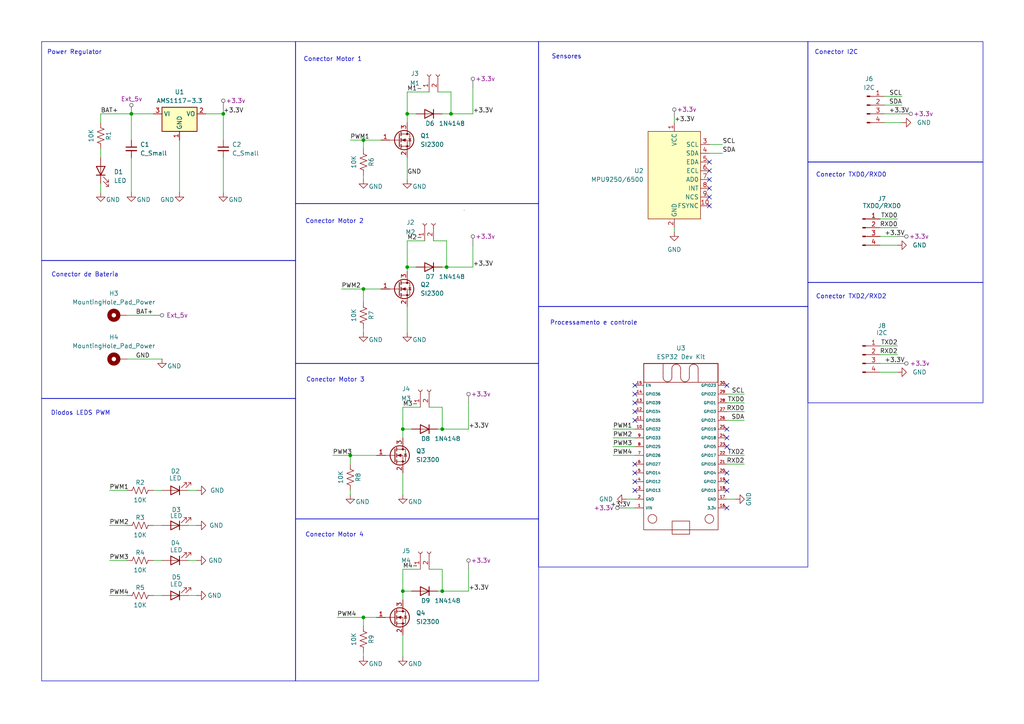
<source format=kicad_sch>
(kicad_sch (version 20250114) (generator "eeschema") (generator_version "9.0")
  (paper "A4")
  (title_block (title "Droninho") (date "2025-03-15") (rev "v1.0") (company "UFABC") (comment 1 "Minidrone com ESP32"))
  (lib_symbols
    (symbol "Connector:Conn_01x02_Socket" (pin_names (offset 1.016) (hide yes))
      (property "Reference" "J" (at 0 2.54 0))
      (property "Value" "Conn_01x02_Socket" (at 0 -5.08 0))
      (symbol "Conn_01x02_Socket_1_1"
        (polyline (pts (xy -1.27 0) (xy -0.508 0)) (stroke (width 0.1524)))
        (polyline (pts (xy -1.27 -2.54) (xy -0.508 -2.54)) (stroke (width 0.1524)))
        (arc (start 0 -0.508) (mid -0.5058 0) (end 0 0.508) (stroke (width 0.1524)))
        (arc (start 0 -3.048) (mid -0.5058 -2.54) (end 0 -2.032) (stroke (width 0.1524)))
        (pin passive line (at -5.08 0 0) (length 3.81) (name "Pin_1") (number "1"))
        (pin passive line (at -5.08 -2.54 0) (length 3.81) (name "Pin_2") (number "2"))
      )
    )
    (symbol "Connector:Conn_01x04_Pin" (pin_names (offset 1.016) (hide yes))
      (property "Reference" "J" (at 0 5.08 0))
      (property "Value" "Conn_01x04_Pin" (at 0 -7.62 0))
      (symbol "Conn_01x04_Pin_1_1"
        (rectangle (start 0.8636 2.667) (end 0 2.413) (stroke (width 0.1524)) (fill (type outline)))
        (rectangle (start 0.8636 0.127) (end 0 -0.127) (stroke (width 0.1524)) (fill (type outline)))
        (rectangle (start 0.8636 -2.413) (end 0 -2.667) (stroke (width 0.1524)) (fill (type outline)))
        (rectangle (start 0.8636 -4.953) (end 0 -5.207) (stroke (width 0.1524)) (fill (type outline)))
        (polyline (pts (xy 1.27 2.54) (xy 0.8636 2.54)) (stroke (width 0.1524)))
        (polyline (pts (xy 1.27 0) (xy 0.8636 0)) (stroke (width 0.1524)))
        (polyline (pts (xy 1.27 -2.54) (xy 0.8636 -2.54)) (stroke (width 0.1524)))
        (polyline (pts (xy 1.27 -5.08) (xy 0.8636 -5.08)) (stroke (width 0.1524)))
        (pin passive line (at 5.08 2.54 180) (length 3.81) (name "Pin_1") (number "1"))
        (pin passive line (at 5.08 0 180) (length 3.81) (name "Pin_2") (number "2"))
        (pin passive line (at 5.08 -2.54 180) (length 3.81) (name "Pin_3") (number "3"))
        (pin passive line (at 5.08 -5.08 180) (length 3.81) (name "Pin_4") (number "4"))
      )
    )
    (symbol "Device:C_Small" (pin_numbers (hide yes)) (pin_names (offset 0.254) (hide yes))
      (property "Reference" "C" (at 0.254 1.778 0))
      (property "Value" "C_Small" (at 0.254 -2.032 0))
      (symbol "C_Small_0_1"
        (polyline (pts (xy -1.524 0.508) (xy 1.524 0.508)) (stroke (width 0.3048)))
        (polyline (pts (xy -1.524 -0.508) (xy 1.524 -0.508)) (stroke (width 0.3302)))
      )
      (symbol "C_Small_1_1"
        (pin passive line (at 0 2.54 270) (length 2.032) (name "~") (number "1"))
        (pin passive line (at 0 -2.54 90) (length 2.032) (name "~") (number "2"))
      )
    )
    (symbol "Device:LED" (pin_numbers (hide yes)) (pin_names (offset 1.016) (hide yes))
      (property "Reference" "D" (at 0 2.54 0))
      (property "Value" "LED" (at 0 -2.54 0))
      (symbol "LED_0_1"
        (polyline (pts (xy -3.048 -0.762) (xy -4.572 -2.286) (xy -3.81 -2.286) (xy -4.572 -2.286) (xy -4.572 -1.524)))
        (polyline (pts (xy -1.778 -0.762) (xy -3.302 -2.286) (xy -2.54 -2.286) (xy -3.302 -2.286) (xy -3.302 -1.524)))
        (polyline (pts (xy -1.27 0) (xy 1.27 0)))
        (polyline (pts (xy -1.27 -1.27) (xy -1.27 1.27)) (stroke (width 0.254)))
        (polyline (pts (xy 1.27 -1.27) (xy 1.27 1.27) (xy -1.27 0) (xy 1.27 -1.27)) (stroke (width 0.254)))
      )
      (symbol "LED_1_1"
        (pin passive line (at -3.81 0 0) (length 2.54) (name "K") (number "1"))
        (pin passive line (at 3.81 0 180) (length 2.54) (name "A") (number "2"))
      )
    )
    (symbol "Device:R_US" (pin_numbers (hide yes)) (pin_names (offset 0))
      (property "Reference" "R" (at 2.54 0 90))
      (property "Value" "R_US" (at -2.54 0 90))
      (symbol "R_US_0_1"
        (polyline (pts (xy 0 2.286) (xy 0 2.54)))
        (polyline (pts (xy 0 2.286) (xy 1.016 1.905) (xy 0 1.524) (xy -1.016 1.143) (xy 0 0.762)))
        (polyline (pts (xy 0 0.762) (xy 1.016 0.381) (xy 0 0) (xy -1.016 -0.381) (xy 0 -0.762)))
        (polyline (pts (xy 0 -0.762) (xy 1.016 -1.143) (xy 0 -1.524) (xy -1.016 -1.905) (xy 0 -2.286)))
        (polyline (pts (xy 0 -2.286) (xy 0 -2.54)))
      )
      (symbol "R_US_1_1"
        (pin passive line (at 0 3.81 270) (length 1.27) (name "~") (number "1"))
        (pin passive line (at 0 -3.81 90) (length 1.27) (name "~") (number "2"))
      )
    )
    (symbol "Diode:1N4148" (pin_numbers (hide yes)) (pin_names (hide yes))
      (property "Reference" "D" (at 0 2.54 0))
      (property "Value" "1N4148" (at 0 -2.54 0))
      (symbol "1N4148_0_1"
        (polyline (pts (xy -1.27 1.27) (xy -1.27 -1.27)) (stroke (width 0.254)))
        (polyline (pts (xy 1.27 1.27) (xy 1.27 -1.27) (xy -1.27 0) (xy 1.27 1.27)) (stroke (width 0.254)))
        (polyline (pts (xy 1.27 0) (xy -1.27 0)))
      )
      (symbol "1N4148_1_1"
        (pin passive line (at -3.81 0 0) (length 2.54) (name "K") (number "1"))
        (pin passive line (at 3.81 0 180) (length 2.54) (name "A") (number "2"))
      )
    )
    (symbol "Library:ESP32_30Pin_vertical_WIFI"
      (property "Reference" "U2" (at -0.635 27.305 0))
      (property "Value" "ESP32 Dev Kit" (at -0.635 24.765 0))
      (symbol "ESP32_30Pin_vertical_WIFI_0_1"
        (rectangle (start -11.43 20.955) (end 10.16 -27.305))
        (rectangle (start -11.3792 20.9042) (end 10.1092 15.4686))
        (circle (center -8.89 -24.13) (radius 1.27))
        (polyline (pts (xy -5.7937 16.9139) (xy -5.7937 18.1839)))
        (polyline (pts (xy -5.7912 18.1864) (xy -5.7912 20.7264)))
        (arc (start -3.2462 16.9064) (mid -3.6204 16.0106) (end -4.5162 15.6364))
        (arc (start -4.5237 15.6439) (mid -5.421 16.0166) (end -5.7937 16.9139))
        (polyline (pts (xy -3.2537 16.9139) (xy -3.2537 18.1839)))
        (polyline (pts (xy -3.2512 19.4564) (xy -3.2512 18.1864)))
        (arc (start -1.9812 20.7264) (mid -1.0839 20.3537) (end -0.7112 19.4564))
        (arc (start -3.2587 19.4639) (mid -2.8845 20.3597) (end -1.9887 20.7339))
        (polyline (pts (xy -0.7137 16.9139) (xy -0.7137 18.1839)))
        (polyline (pts (xy -0.7112 19.4564) (xy -0.7112 18.1864)))
        (arc (start 1.8338 16.9064) (mid 1.4596 16.0106) (end 0.5638 15.6364))
        (arc (start 0.5563 15.6439) (mid -0.341 16.0166) (end -0.7137 16.9139))
        (polyline (pts (xy 1.8263 16.9139) (xy 1.8263 18.1839)))
        (polyline (pts (xy 1.8288 19.4564) (xy 1.8288 18.1864)))
        (rectangle (start 1.905 -24.765) (end -3.175 -28.575))
        (arc (start 3.0988 20.7264) (mid 3.9961 20.3537) (end 4.3688 19.4564))
        (arc (start 1.8213 19.4639) (mid 2.1955 20.3597) (end 3.0913 20.7339))
        (polyline (pts (xy 4.3688 19.4564) (xy 4.3688 18.1864)))
        (polyline (pts (xy 4.3688 18.1864) (xy 4.3688 15.6464)))
        (circle (center 7.62 -24.13) (radius 1.27))
      )
      (symbol "ESP32_30Pin_vertical_WIFI_1_1"
        (pin bidirectional line (at -13.97 14.605 0) (length 2.54) (name "EN") (number "15"))
        (pin bidirectional line (at -13.97 12.065 0) (length 2.54) (name "GPIO36") (number "14"))
        (pin bidirectional line (at -13.97 9.525 0) (length 2.54) (name "GPIO39") (number "13"))
        (pin bidirectional line (at -13.97 6.985 0) (length 2.54) (name "GPIO34") (number "12"))
        (pin bidirectional line (at -13.97 4.445 0) (length 2.54) (name "GPIO35") (number "11"))
        (pin bidirectional line (at -13.97 1.905 0) (length 2.54) (name "GPIO32") (number "10"))
        (pin bidirectional line (at -13.97 -0.635 0) (length 2.54) (name "GPIO33") (number "9"))
        (pin bidirectional line (at -13.97 -3.175 0) (length 2.54) (name "GPIO25") (number "8"))
        (pin bidirectional line (at -13.97 -5.715 0) (length 2.54) (name "GPIO26") (number "7"))
        (pin bidirectional line (at -13.97 -8.255 0) (length 2.54) (name "GPIO27") (number "6"))
        (pin bidirectional line (at -13.97 -10.795 0) (length 2.54) (name "GPIO14") (number "5"))
        (pin bidirectional line (at -13.97 -13.335 0) (length 2.54) (name "GPIO12") (number "4"))
        (pin bidirectional line (at -13.97 -15.875 0) (length 2.54) (name "GPIO13") (number "3"))
        (pin power_in line (at -13.97 -18.415 0) (length 2.54) (name "GND") (number "2"))
        (pin power_in line (at -13.97 -20.955 0) (length 2.54) (name "VIN") (number "1"))
        (pin bidirectional line (at 12.7 14.605 180) (length 2.54) (name "GPIO23") (number "30"))
        (pin bidirectional line (at 12.7 12.065 180) (length 2.54) (name "GPIO22") (number "29"))
        (pin bidirectional line (at 12.7 9.525 180) (length 2.54) (name "GPIO1") (number "28"))
        (pin bidirectional line (at 12.7 6.985 180) (length 2.54) (name "GPIO3") (number "27"))
        (pin bidirectional line (at 12.7 4.445 180) (length 2.54) (name "GPIO21") (number "26"))
        (pin bidirectional line (at 12.7 1.905 180) (length 2.54) (name "GPIO19") (number "25"))
        (pin bidirectional line (at 12.7 -0.635 180) (length 2.54) (name "GPIO18") (number "24"))
        (pin bidirectional line (at 12.7 -3.175 180) (length 2.54) (name "GPIO5") (number "23"))
        (pin bidirectional line (at 12.7 -5.715 180) (length 2.54) (name "GPIO17") (number "22"))
        (pin bidirectional line (at 12.7 -8.255 180) (length 2.54) (name "GPIO16") (number "21"))
        (pin bidirectional line (at 12.7 -10.795 180) (length 2.54) (name "GPIO4") (number "20"))
        (pin bidirectional line (at 12.7 -13.335 180) (length 2.54) (name "GPIO2") (number "19"))
        (pin bidirectional line (at 12.7 -15.875 180) (length 2.54) (name "GPIO15") (number "18"))
        (pin power_in line (at 12.7 -18.415 180) (length 2.54) (name "GND") (number "17"))
        (pin output line (at 12.7 -20.955 180) (length 2.54) (name "3.3v") (number "16"))
      )
    )
    (symbol "Library:MPU-9250-6500"
      (property "Reference" "U1" (at 0 22.352 0))
      (property "Value" "MPU9250/6500" (at 6.096 18.288 0))
      (symbol "MPU-9250-6500_1_1"
        (rectangle (start -8.89 5.08) (end 6.35 -20.32) (fill (type background)))
        (pin power_in line (at -1.27 7.62 270) (length 2.54) (name "VCC") (number "1"))
        (pin power_in line (at -1.27 -22.86 90) (length 2.54) (name "GND") (number "2"))
        (pin bidirectional line (at 8.89 1.27 180) (length 2.54) (name "SCL") (number "3"))
        (pin bidirectional line (at 8.89 -1.27 180) (length 2.54) (name "SDA") (number "4"))
        (pin bidirectional line (at 8.89 -3.81 180) (length 2.54) (name "EDA") (number "5"))
        (pin bidirectional line (at 8.89 -6.35 180) (length 2.54) (name "ECL") (number "6"))
        (pin input line (at 8.89 -8.89 180) (length 2.54) (name "AD0") (number "7"))
        (pin input line (at 8.89 -11.43 180) (length 2.54) (name "INT") (number "8"))
        (pin input line (at 8.89 -13.97 180) (length 2.54) (name "NCS") (number "9"))
        (pin input line (at 8.89 -16.51 180) (length 2.54) (name "FSYNC") (number "10"))
      )
    )
    (symbol "Library:MountingHole_Pad_Power" (pin_numbers (hide yes)) (pin_names (offset 1.016) (hide yes)) (in_bom no)
      (property "Reference" "H" (at 0 6.35 0))
      (property "Value" "MountingHole_Pad_Power" (at 0 4.445 0))
      (symbol "MountingHole_Pad_Power_0_1"
        (circle (center 0 1.27) (radius 1.27) (stroke (width 1.27)))
      )
      (symbol "MountingHole_Pad_Power_1_1"
        (pin power_out line (at 0 -2.54 90) (length 2.54) (name "1") (number "1"))
      )
    )
    (symbol "Regulator_Linear:AMS1117-3.3"
      (property "Reference" "U" (at -3.81 3.175 0))
      (property "Value" "AMS1117-3.3" (at 0 3.175 0))
      (symbol "AMS1117-3.3_0_1"
        (rectangle (start -5.08 -5.08) (end 5.08 1.905) (stroke (width 0.254)) (fill (type background)))
      )
      (symbol "AMS1117-3.3_1_1"
        (pin power_in line (at -7.62 0 0) (length 2.54) (name "VI") (number "3"))
        (pin power_in line (at 0 -7.62 90) (length 2.54) (name "GND") (number "1"))
        (pin power_out line (at 7.62 0 180) (length 2.54) (name "VO") (number "2"))
      )
    )
    (symbol "Transistor_FET:Q_NMOS_GSD" (pin_names (offset 0) (hide yes))
      (property "Reference" "Q" (at 5.08 1.905 0))
      (property "Value" "Q_NMOS_GSD" (at 5.08 0 0))
      (symbol "Q_NMOS_GSD_0_1"
        (polyline (pts (xy 0.254 1.905) (xy 0.254 -1.905)) (stroke (width 0.254)))
        (polyline (pts (xy 0.254 0) (xy -2.54 0)))
        (polyline (pts (xy 0.762 2.286) (xy 0.762 1.27)) (stroke (width 0.254)))
        (polyline (pts (xy 0.762 0.508) (xy 0.762 -0.508)) (stroke (width 0.254)))
        (polyline (pts (xy 0.762 -1.27) (xy 0.762 -2.286)) (stroke (width 0.254)))
        (polyline (pts (xy 0.762 -1.778) (xy 3.302 -1.778) (xy 3.302 1.778) (xy 0.762 1.778)))
        (polyline (pts (xy 1.016 0) (xy 2.032 0.381) (xy 2.032 -0.381) (xy 1.016 0)) (fill (type outline)))
        (circle (center 1.651 0) (radius 2.794) (stroke (width 0.254)))
        (polyline (pts (xy 2.54 2.54) (xy 2.54 1.778)))
        (circle (center 2.54 1.778) (radius 0.254) (fill (type outline)))
        (circle (center 2.54 -1.778) (radius 0.254) (fill (type outline)))
        (polyline (pts (xy 2.54 -2.54) (xy 2.54 0) (xy 0.762 0)))
        (polyline (pts (xy 2.921 0.381) (xy 3.683 0.381)))
        (polyline (pts (xy 3.302 0.381) (xy 2.921 -0.254) (xy 3.683 -0.254) (xy 3.302 0.381)))
      )
      (symbol "Q_NMOS_GSD_1_1"
        (pin input line (at -5.08 0 0) (length 2.54) (name "G") (number "1"))
        (pin passive line (at 2.54 5.08 270) (length 2.54) (name "D") (number "3"))
        (pin passive line (at 2.54 -5.08 90) (length 2.54) (name "S") (number "2"))
      )
    )
    (symbol "power:GND" (power) (pin_numbers (hide yes)) (pin_names (offset 0) (hide yes))
      (property "Value" "GND" (at 0 -3.81 0))
      (symbol "GND_0_1"
        (polyline (pts (xy 0 0) (xy 0 -1.27) (xy 1.27 -1.27) (xy 0 -2.54) (xy -1.27 -1.27) (xy 0 -1.27)))
      )
      (symbol "GND_1_1"
        (pin power_in line (at 0 0 270) (length 0) (name "~") (number "1"))
      )
    )
  )
  (rectangle (start 85.725 59.055) (end 156.21 105.41))
  (rectangle (start 12.065 115.57) (end 85.725 197.485))
  (rectangle (start 12.065 12.065) (end 85.725 75.565))
  (rectangle (start 12.065 75.565) (end 85.725 115.57))
  (rectangle (start 156.21 12.065) (end 234.315 88.9))
  (rectangle (start 85.725 105.41) (end 156.21 150.495))
  (rectangle (start 85.725 12.065) (end 156.21 59.055))
  (rectangle (start 234.315 46.99) (end 285.115 81.915))
  (rectangle (start 134.62 60.96) (end 134.62 60.96))
  (rectangle (start 234.315 81.915) (end 285.115 116.84))
  (rectangle (start 234.315 12.065) (end 285.115 46.99))
  (rectangle (start 156.21 88.9) (end 234.315 164.465))
  (rectangle (start 85.725 150.495) (end 156.21 197.485))
  (text "Conector TXD0/RXD0" (at 246.888 50.8 0) (effects (font (size 1.27 1.27))))
  (text "Conector Motor 3\n" (at 97.282 110.236 0) (effects (font (size 1.27 1.27))))
  (text "Conector Motor 4\n" (at 97.028 155.194 0) (effects (font (size 1.27 1.27))))
  (text "Diodos LEDS PWM\n" (at 23.368 119.888 0) (effects (font (size 1.27 1.27))))
  (text "Conector de Bateria" (at 24.638 79.756 0) (effects (font (size 1.27 1.27))))
  (text "Conector Motor 2\n" (at 97.028 64.262 0) (effects (font (size 1.27 1.27))))
  (text "Conector I2C" (at 242.57 15.24 0) (effects (font (size 1.27 1.27))))
  (text "Sensores" (at 164.338 16.51 0) (effects (font (size 1.27 1.27))))
  (text "Processamento e controle" (at 172.212 93.726 0) (effects (font (size 1.27 1.27))))
  (text "Conector Motor 1\n" (at 96.52 17.272 0) (effects (font (size 1.27 1.27))))
  (text "Power Regulator" (at 21.59 15.24 0) (effects (font (size 1.27 1.27))))
  (text "Conector TXD2/RXD2" (at 246.888 86.106 0) (effects (font (size 1.27 1.27))))
  (junction (at 128.27 124.46))
  (junction (at 105.41 83.82))
  (junction (at 130.81 33.02))
  (junction (at 38.1 33.02))
  (junction (at 105.41 40.64))
  (junction (at 118.11 77.47))
  (junction (at 118.11 33.02))
  (junction (at 116.84 171.45))
  (junction (at 101.6 132.08))
  (junction (at 128.27 171.45))
  (junction (at 105.41 179.07))
  (junction (at 116.84 124.46))
  (junction (at 64.77 33.02))
  (junction (at 129.54 77.47))
  (no_connect (at 184.15 121.92))
  (no_connect (at 210.82 139.7))
  (no_connect (at 184.15 137.16))
  (no_connect (at 205.74 52.07))
  (no_connect (at 210.82 129.54))
  (no_connect (at 210.82 111.76))
  (no_connect (at 184.15 134.62))
  (no_connect (at 184.15 119.38))
  (no_connect (at 210.82 127))
  (no_connect (at 184.15 116.84))
  (no_connect (at 184.15 139.7))
  (no_connect (at 205.74 49.53))
  (no_connect (at 184.15 111.76))
  (no_connect (at 210.82 142.24))
  (no_connect (at 205.74 54.61))
  (no_connect (at 184.15 114.3))
  (no_connect (at 205.74 57.15))
  (no_connect (at 210.82 124.46))
  (no_connect (at 205.74 59.69))
  (no_connect (at 184.15 142.24))
  (no_connect (at 210.82 137.16))
  (no_connect (at 210.82 147.32))
  (no_connect (at 205.74 46.99))
  (wire (pts (xy 177.8 132.08) (xy 184.15 132.08)))
  (wire (pts (xy 97.79 179.07) (xy 105.41 179.07)))
  (wire (pts (xy 205.74 41.91) (xy 209.55 41.91)))
  (wire (pts (xy 99.06 83.82) (xy 105.41 83.82)))
  (wire (pts (xy 116.84 127) (xy 116.84 124.46)))
  (wire (pts (xy 129.54 69.85) (xy 129.54 77.47)))
  (wire (pts (xy 128.27 165.1) (xy 128.27 171.45)))
  (wire (pts (xy 44.45 142.24) (xy 46.99 142.24)))
  (wire (pts (xy 130.81 33.02) (xy 137.16 33.02)))
  (wire (pts (xy 128.27 118.11) (xy 128.27 124.46)))
  (wire (pts (xy 210.82 121.92) (xy 215.9 121.92)))
  (wire (pts (xy 29.21 43.18) (xy 29.21 45.72)))
  (wire (pts (xy 177.8 129.54) (xy 184.15 129.54)))
  (wire (pts (xy 129.54 77.47) (xy 128.27 77.47)))
  (wire (pts (xy 52.07 40.64) (xy 52.07 55.88)))
  (wire (pts (xy 256.54 27.94) (xy 261.62 27.94)))
  (wire (pts (xy 210.82 114.3) (xy 215.9 114.3)))
  (wire (pts (xy 31.75 172.72) (xy 36.83 172.72)))
  (wire (pts (xy 36.83 91.44) (xy 44.45 91.44)))
  (wire (pts (xy 210.82 119.38) (xy 215.9 119.38)))
  (wire (pts (xy 44.45 162.56) (xy 46.99 162.56)))
  (wire (pts (xy 105.41 179.07) (xy 105.41 181.61)))
  (wire (pts (xy 181.61 144.78) (xy 184.15 144.78)))
  (wire (pts (xy 118.11 33.02) (xy 118.11 35.56)))
  (wire (pts (xy 54.61 162.56) (xy 57.15 162.56)))
  (wire (pts (xy 135.89 124.46) (xy 128.27 124.46)))
  (wire (pts (xy 96.52 132.08) (xy 101.6 132.08)))
  (wire (pts (xy 256.54 33.02) (xy 261.62 33.02)))
  (wire (pts (xy 118.11 45.72) (xy 118.11 52.07)))
  (wire (pts (xy 54.61 142.24) (xy 57.15 142.24)))
  (wire (pts (xy 116.84 171.45) (xy 116.84 173.99)))
  (wire (pts (xy 255.27 107.95) (xy 260.35 107.95)))
  (wire (pts (xy 210.82 132.08) (xy 215.9 132.08)))
  (wire (pts (xy 44.45 172.72) (xy 46.99 172.72)))
  (wire (pts (xy 123.19 69.85) (xy 118.11 69.85)))
  (wire (pts (xy 105.41 83.82) (xy 105.41 87.63)))
  (wire (pts (xy 137.16 71.12) (xy 137.16 77.47)))
  (wire (pts (xy 195.58 66.04) (xy 195.58 67.31)))
  (wire (pts (xy 127 26.67) (xy 130.81 26.67)))
  (wire (pts (xy 124.46 165.1) (xy 128.27 165.1)))
  (wire (pts (xy 116.84 124.46) (xy 119.38 124.46)))
  (wire (pts (xy 116.84 118.11) (xy 121.92 118.11)))
  (wire (pts (xy 38.1 33.02) (xy 44.45 33.02)))
  (wire (pts (xy 135.89 116.84) (xy 135.89 124.46)))
  (wire (pts (xy 29.21 33.02) (xy 38.1 33.02)))
  (wire (pts (xy 105.41 40.64) (xy 110.49 40.64)))
  (wire (pts (xy 210.82 134.62) (xy 215.9 134.62)))
  (wire (pts (xy 181.61 147.32) (xy 184.15 147.32)))
  (wire (pts (xy 128.27 171.45) (xy 127 171.45)))
  (wire (pts (xy 116.84 124.46) (xy 116.84 118.11)))
  (wire (pts (xy 59.69 33.02) (xy 64.77 33.02)))
  (wire (pts (xy 101.6 40.64) (xy 105.41 40.64)))
  (wire (pts (xy 105.41 95.25) (xy 105.41 96.52)))
  (wire (pts (xy 210.82 116.84) (xy 215.9 116.84)))
  (wire (pts (xy 116.84 184.15) (xy 116.84 190.5)))
  (wire (pts (xy 105.41 189.23) (xy 105.41 190.5)))
  (wire (pts (xy 118.11 69.85) (xy 118.11 77.47)))
  (wire (pts (xy 135.89 165.1) (xy 135.89 171.45)))
  (wire (pts (xy 255.27 66.04) (xy 260.35 66.04)))
  (wire (pts (xy 118.11 88.9) (xy 118.11 96.52)))
  (wire (pts (xy 64.77 31.75) (xy 64.77 33.02)))
  (wire (pts (xy 64.77 33.02) (xy 64.77 40.64)))
  (wire (pts (xy 130.81 26.67) (xy 130.81 33.02)))
  (wire (pts (xy 205.74 44.45) (xy 209.55 44.45)))
  (wire (pts (xy 125.73 69.85) (xy 129.54 69.85)))
  (wire (pts (xy 137.16 25.4) (xy 137.16 33.02)))
  (wire (pts (xy 255.27 71.12) (xy 260.35 71.12)))
  (wire (pts (xy 255.27 102.87) (xy 260.35 102.87)))
  (wire (pts (xy 137.16 77.47) (xy 129.54 77.47)))
  (wire (pts (xy 118.11 26.67) (xy 124.46 26.67)))
  (wire (pts (xy 177.8 124.46) (xy 184.15 124.46)))
  (wire (pts (xy 36.83 104.14) (xy 46.99 104.14)))
  (wire (pts (xy 29.21 53.34) (xy 29.21 55.88)))
  (wire (pts (xy 105.41 83.82) (xy 110.49 83.82)))
  (wire (pts (xy 255.27 100.33) (xy 260.35 100.33)))
  (wire (pts (xy 31.75 162.56) (xy 36.83 162.56)))
  (wire (pts (xy 121.92 165.1) (xy 116.84 165.1)))
  (wire (pts (xy 255.27 105.41) (xy 260.35 105.41)))
  (wire (pts (xy 64.77 45.72) (xy 64.77 55.88)))
  (wire (pts (xy 118.11 77.47) (xy 120.65 77.47)))
  (wire (pts (xy 54.61 152.4) (xy 57.15 152.4)))
  (wire (pts (xy 210.82 144.78) (xy 213.36 144.78)))
  (wire (pts (xy 135.89 171.45) (xy 128.27 171.45)))
  (wire (pts (xy 124.46 118.11) (xy 128.27 118.11)))
  (wire (pts (xy 118.11 33.02) (xy 118.11 26.67)))
  (wire (pts (xy 44.45 152.4) (xy 46.99 152.4)))
  (wire (pts (xy 256.54 35.56) (xy 261.62 35.56)))
  (wire (pts (xy 255.27 68.58) (xy 260.35 68.58)))
  (wire (pts (xy 116.84 171.45) (xy 119.38 171.45)))
  (wire (pts (xy 105.41 179.07) (xy 109.22 179.07)))
  (wire (pts (xy 255.27 63.5) (xy 260.35 63.5)))
  (wire (pts (xy 38.1 33.02) (xy 38.1 40.64)))
  (wire (pts (xy 118.11 77.47) (xy 118.11 78.74)))
  (wire (pts (xy 101.6 132.08) (xy 109.22 132.08)))
  (wire (pts (xy 128.27 33.02) (xy 130.81 33.02)))
  (wire (pts (xy 128.27 124.46) (xy 127 124.46)))
  (wire (pts (xy 105.41 40.64) (xy 105.41 43.18)))
  (wire (pts (xy 120.65 33.02) (xy 118.11 33.02)))
  (wire (pts (xy 31.75 152.4) (xy 36.83 152.4)))
  (wire (pts (xy 101.6 132.08) (xy 101.6 134.62)))
  (wire (pts (xy 256.54 30.48) (xy 261.62 30.48)))
  (wire (pts (xy 116.84 137.16) (xy 116.84 143.51)))
  (wire (pts (xy 105.41 50.8) (xy 105.41 52.07)))
  (wire (pts (xy 31.75 142.24) (xy 36.83 142.24)))
  (wire (pts (xy 177.8 127) (xy 184.15 127)))
  (wire (pts (xy 54.61 172.72) (xy 57.15 172.72)))
  (wire (pts (xy 29.21 33.02) (xy 29.21 35.56)))
  (wire (pts (xy 116.84 165.1) (xy 116.84 171.45)))
  (wire (pts (xy 101.6 142.24) (xy 101.6 143.51)))
  (wire (pts (xy 195.58 34.29) (xy 195.58 35.56)))
  (wire (pts (xy 38.1 45.72) (xy 38.1 55.88)))
  (label "GND" (at 39.37 104.14 0))
  (label "+3.3V" (at 256.54 105.41 0))
  (label "+3.3V" (at 182.88 147.32 180))
  (label "SCL" (at 209.55 41.91 0))
  (label "M2-" (at 118.11 69.85 0))
  (label "+3.3V" (at 257.81 33.02 0))
  (label "RXD2" (at 215.9 134.62 180))
  (label "RXD0" (at 260.35 66.04 180))
  (label "M1-" (at 118.11 26.67 0))
  (label "SDA" (at 209.55 44.45 0))
  (label "SDA" (at 215.9 121.92 180))
  (label "PWM4" (at 97.79 179.07 0))
  (label "PWM4" (at 31.75 172.72 0))
  (label "PWM1" (at 31.75 142.24 0))
  (label "+3.3V" (at 137.16 77.47 0))
  (label "+3.3V" (at 256.54 68.58 0))
  (label "TXD2" (at 260.35 100.33 180))
  (label "+3.3V" (at 135.89 124.46 0))
  (label "TXD0" (at 260.35 63.5 180))
  (label "+3.3V" (at 195.58 35.56 0))
  (label "PWM3" (at 177.8 129.54 0))
  (label "SCL" (at 215.9 114.3 180))
  (label "M4-" (at 116.84 165.1 0))
  (label "PWM3" (at 96.52 132.08 0))
  (label "SCL" (at 261.62 27.94 180))
  (label "BAT+" (at 39.37 91.44 0))
  (label "BAT+" (at 29.21 33.02 0))
  (label "TXD0" (at 215.9 116.84 180))
  (label "RXD0" (at 215.9 119.38 180))
  (label "PWM4" (at 177.8 132.08 0))
  (label "PWM1" (at 101.6 40.64 0))
  (label "SDA" (at 261.62 30.48 180))
  (label "PWM2" (at 31.75 152.4 0))
  (label "PWM2" (at 99.06 83.82 0))
  (label "RXD2" (at 260.35 102.87 180))
  (label "PWM2" (at 177.8 127 0))
  (label "+3.3V" (at 135.89 171.45 0))
  (label "PWM3" (at 31.75 162.56 0))
  (label "+3.3V" (at 64.77 33.02 0))
  (label "TXD2" (at 215.9 132.08 180))
  (label "PWM1" (at 177.8 124.46 0))
  (label "+3.3V" (at 137.16 33.02 0))
  (label "GND" (at 118.11 50.8 0))
  (label "M3-" (at 116.84 118.11 0))
  (netclass_flag "" (length 2.54) (shape round) (at 38.1 33.02 0) (property "Netclass" "Ext_5v" (at 35.052 28.702 0) (effects (justify left))))
  (netclass_flag "" (length 2.54) (shape round) (at 135.89 116.84 0) (property "Netclass" "+3.3v" (at 136.5885 114.3 0) (effects (justify left))))
  (netclass_flag "" (length 2.54) (shape round) (at 137.16 25.4 0) (property "Netclass" "+3.3v" (at 137.8585 22.86 0) (effects (justify left))))
  (netclass_flag "" (length 2.54) (shape round) (at 64.77 31.75 0) (property "Netclass" "+3.3v" (at 65.4685 29.21 0) (effects (justify left))))
  (netclass_flag "" (length 2.54) (shape round) (at 135.89 165.1 0) (property "Netclass" "+3.3v" (at 136.5885 162.56 0) (effects (justify left))))
  (netclass_flag "" (length 2.54) (shape round) (at 195.58 34.29 0) (property "Netclass" "+3.3v" (at 196.2785 31.75 0) (effects (justify left))))
  (netclass_flag "" (length 2.54) (shape round) (at 260.35 105.41 270) (property "Netclass" "+3.3v" (at 263.906 105.41 0) (effects (justify left))))
  (netclass_flag "" (length 2.54) (shape round) (at 261.62 33.02 270) (property "Netclass" "+3.3v" (at 264.922 33.02 0) (effects (justify left))))
  (netclass_flag "" (length 2.54) (shape round) (at 181.61 147.32 90) (property "Netclass" "+3.3v" (at 172.212 147.32 0) (effects (justify left))))
  (netclass_flag "" (length 2.54) (shape round) (at 137.16 71.12 0) (property "Netclass" "+3.3v" (at 137.8585 68.58 0) (effects (justify left))))
  (netclass_flag "" (length 2.54) (shape round) (at 260.35 68.58 270) (property "Netclass" "+3.3v" (at 263.652 68.58 0) (effects (justify left))))
  (netclass_flag "" (length 2.54) (shape round) (at 44.45 91.44 270) (property "Netclass" "Ext_5v" (at 48.26 91.44 0) (effects (justify left))))
  (symbol (lib_id "Connector:Conn_01x04_Pin") (at 250.19 66.04 0) (unit 1)
    (property "Reference" "J7" (at 255.778 57.658 0))
    (property "Value" "TXD0/RXD0" (at 255.778 59.69 0))
    (property "Footprint" "Connector_PinHeader_2.54mm:PinHeader_1x04_P2.54mm_Vertical" (effects (hide yes)))
    (property "Description" "Generic connector, single row, 01x04, script generated" (effects (hide yes)))
  )
  (symbol (lib_id "Device:R_US") (at 40.64 142.24 90) (unit 1)
    (property "Reference" "R2" (at 40.64 139.954 90))
    (property "Value" "10K" (at 40.64 145.034 90))
    (property "Footprint" "Resistor_SMD:R_0805_2012Metric_Pad1.20x1.40mm_HandSolder" (effects (hide yes)))
    (property "Description" "Resistor, US symbol" (effects (hide yes)))
  )
  (symbol (lib_id "Transistor_FET:Q_NMOS_GSD") (at 115.57 40.64 0) (unit 1)
    (property "Reference" "Q1" (at 121.92 39.3699 0) (effects (justify left)))
    (property "Value" "SI2300" (at 121.92 41.9099 0) (effects (justify left)))
    (property "Footprint" "Package_TO_SOT_SMD:SOT-23" (effects (hide yes)))
    (property "Description" "N-MOSFET transistor, gate/source/drain" (effects (hide yes)))
  )
  (symbol (lib_id "Library:MPU-9250-6500") (at 196.85 43.18 0) (unit 1)
    (property "Reference" "U2" (at 186.69 49.5299 0) (effects (justify right)))
    (property "Value" "MPU9250/6500" (at 186.69 52.0699 0) (effects (justify right)))
    (property "Footprint" "Library:MPU-9250-6500" (effects (hide yes)))
  )
  (symbol (lib_id "power:GND") (at 38.1 55.88 0) (unit 1)
    (property "Reference" "#PWR02" (effects (hide yes)))
    (property "Value" "GND" (at 41.656 57.912 0))
    (property "Description" "Power symbol creates a global label with name \"GND\" , ground" (effects (hide yes)))
  )
  (symbol (lib_id "Device:R_US") (at 40.64 152.4 90) (unit 1)
    (property "Reference" "R3" (at 40.64 150.114 90))
    (property "Value" "10K" (at 40.64 155.194 90))
    (property "Footprint" "Resistor_SMD:R_0805_2012Metric_Pad1.20x1.40mm_HandSolder" (effects (hide yes)))
    (property "Description" "Resistor, US symbol" (effects (hide yes)))
  )
  (symbol (lib_id "Device:R_US") (at 105.41 91.44 0) (unit 1)
    (property "Reference" "R7" (at 107.696 91.44 90))
    (property "Value" "10K" (at 102.616 91.44 90))
    (property "Footprint" "Resistor_SMD:R_0805_2012Metric_Pad1.20x1.40mm_HandSolder" (effects (hide yes)))
    (property "Description" "Resistor, US symbol" (effects (hide yes)))
  )
  (symbol (lib_id "Transistor_FET:Q_NMOS_GSD") (at 115.57 83.82 0) (unit 1)
    (property "Reference" "Q2" (at 121.92 82.5499 0) (effects (justify left)))
    (property "Value" "SI2300" (at 121.92 85.0899 0) (effects (justify left)))
    (property "Footprint" "Package_TO_SOT_SMD:SOT-23" (effects (hide yes)))
    (property "Description" "N-MOSFET transistor, gate/source/drain" (effects (hide yes)))
  )
  (symbol (lib_id "power:GND") (at 52.07 55.88 0) (mirror y) (unit 1)
    (property "Reference" "#PWR08" (effects (hide yes)))
    (property "Value" "GND" (at 48.514 57.912 0))
    (property "Description" "Power symbol creates a global label with name \"GND\" , ground" (effects (hide yes)))
  )
  (symbol (lib_id "Transistor_FET:Q_NMOS_GSD") (at 114.3 132.08 0) (unit 1)
    (property "Reference" "Q3" (at 120.65 130.8099 0) (effects (justify left)))
    (property "Value" "SI2300" (at 120.65 133.3499 0) (effects (justify left)))
    (property "Footprint" "Package_TO_SOT_SMD:SOT-23" (effects (hide yes)))
    (property "Description" "N-MOSFET transistor, gate/source/drain" (effects (hide yes)))
  )
  (symbol (lib_id "Device:LED") (at 50.8 152.4 180) (unit 1)
    (property "Reference" "D3" (at 49.784 147.828 0) (effects (justify right)))
    (property "Value" "LED" (at 49.276 149.606 0) (effects (justify right)))
    (property "Footprint" "LED_SMD:LED_0805_2012Metric_Pad1.15x1.40mm_HandSolder" (effects (hide yes)))
    (property "Description" "Light emitting diode" (effects (hide yes)))
    (property "Sim.Pins" "1=K 2=A" (effects (hide yes)))
  )
  (symbol (lib_id "Diode:1N4148") (at 123.19 171.45 180) (unit 1)
    (property "Reference" "D9" (at 123.444 174.244 0))
    (property "Value" "1N4148" (at 129.794 174.244 0))
    (property "Footprint" "Diode_SMD:D_SOD-123" (effects (hide yes)))
    (property "Datasheet" "https://assets.nexperia.com/documents/data-sheet/1N4148_1N4448.pdf" (effects (hide yes)))
    (property "Description" "100V 0.15A standard switching diode, DO-35" (effects (hide yes)))
    (property "Sim.Device" "D" (effects (hide yes)))
    (property "Sim.Pins" "1=K 2=A" (effects (hide yes)))
  )
  (symbol (lib_id "Device:LED") (at 50.8 162.56 180) (unit 1)
    (property "Reference" "D4" (at 49.53 157.48 0) (effects (justify right)))
    (property "Value" "LED" (at 49.276 159.512 0) (effects (justify right)))
    (property "Footprint" "LED_SMD:LED_0805_2012Metric_Pad1.15x1.40mm_HandSolder" (effects (hide yes)))
    (property "Description" "Light emitting diode" (effects (hide yes)))
    (property "Sim.Pins" "1=K 2=A" (effects (hide yes)))
  )
  (symbol (lib_id "power:GND") (at 118.11 52.07 0) (unit 1)
    (property "Reference" "#PWR014" (effects (hide yes)))
    (property "Value" "GND" (at 121.666 54.102 0))
    (property "Description" "Power symbol creates a global label with name \"GND\" , ground" (effects (hide yes)))
  )
  (symbol (lib_id "power:GND") (at 46.99 104.14 0) (unit 1)
    (property "Reference" "#PWR03" (effects (hide yes)))
    (property "Value" "GND" (at 50.546 106.172 0))
    (property "Description" "Power symbol creates a global label with name \"GND\" , ground" (effects (hide yes)))
  )
  (symbol (lib_id "Diode:1N4148") (at 123.19 124.46 180) (unit 1)
    (property "Reference" "D8" (at 123.444 127.254 0))
    (property "Value" "1N4148" (at 129.794 127.254 0))
    (property "Footprint" "Diode_SMD:D_SOD-123" (effects (hide yes)))
    (property "Datasheet" "https://assets.nexperia.com/documents/data-sheet/1N4148_1N4448.pdf" (effects (hide yes)))
    (property "Description" "100V 0.15A standard switching diode, DO-35" (effects (hide yes)))
    (property "Sim.Device" "D" (effects (hide yes)))
    (property "Sim.Pins" "1=K 2=A" (effects (hide yes)))
  )
  (symbol (lib_id "power:GND") (at 57.15 152.4 90) (unit 1)
    (property "Reference" "#PWR05" (effects (hide yes)))
    (property "Value" "GND" (at 62.738 152.4 90))
    (property "Description" "Power symbol creates a global label with name \"GND\" , ground" (effects (hide yes)))
  )
  (symbol (lib_id "power:GND") (at 105.41 52.07 0) (unit 1)
    (property "Reference" "#PWR010" (effects (hide yes)))
    (property "Value" "GND" (at 108.966 54.102 0))
    (property "Description" "Power symbol creates a global label with name \"GND\" , ground" (effects (hide yes)))
  )
  (symbol (lib_id "Device:R_US") (at 101.6 138.43 0) (unit 1)
    (property "Reference" "R8" (at 103.886 138.43 90))
    (property "Value" "10K" (at 98.806 138.43 90))
    (property "Footprint" "Resistor_SMD:R_0805_2012Metric_Pad1.20x1.40mm_HandSolder" (effects (hide yes)))
    (property "Description" "Resistor, US symbol" (effects (hide yes)))
  )
  (symbol (lib_id "Connector:Conn_01x02_Socket") (at 123.19 64.77 90) (unit 1)
    (property "Reference" "J2" (at 117.856 64.516 90) (effects (justify right)))
    (property "Value" "M2" (at 117.602 67.31 90) (effects (justify right)))
    (property "Footprint" "Connector_JST:JST_PH_B2B-PH-K_1x02_P2.00mm_Vertical" (effects (hide yes)))
    (property "Description" "Generic connector, single row, 01x02, script generated" (effects (hide yes)))
  )
  (symbol (lib_id "power:GND") (at 57.15 162.56 90) (unit 1)
    (property "Reference" "#PWR06" (effects (hide yes)))
    (property "Value" "GND" (at 62.484 162.56 90))
    (property "Description" "Power symbol creates a global label with name \"GND\" , ground" (effects (hide yes)))
  )
  (symbol (lib_id "power:GND") (at 260.35 107.95 90) (unit 1)
    (property "Reference" "#PWR023" (effects (hide yes)))
    (property "Value" "GND" (at 266.7 107.95 90))
    (property "Description" "Power symbol creates a global label with name \"GND\" , ground" (effects (hide yes)))
  )
  (symbol (lib_id "Device:R_US") (at 105.41 185.42 0) (unit 1)
    (property "Reference" "R9" (at 107.696 185.42 90))
    (property "Value" "10K" (at 102.616 185.42 90))
    (property "Footprint" "Resistor_SMD:R_0805_2012Metric_Pad1.20x1.40mm_HandSolder" (effects (hide yes)))
    (property "Description" "Resistor, US symbol" (effects (hide yes)))
  )
  (symbol (lib_id "Diode:1N4148") (at 124.46 33.02 180) (unit 1)
    (property "Reference" "D6" (at 124.714 35.814 0))
    (property "Value" "1N4148" (at 131.064 35.814 0))
    (property "Footprint" "Diode_SMD:D_SOD-123" (effects (hide yes)))
    (property "Datasheet" "https://assets.nexperia.com/documents/data-sheet/1N4148_1N4448.pdf" (effects (hide yes)))
    (property "Description" "100V 0.15A standard switching diode, DO-35" (effects (hide yes)))
    (property "Sim.Device" "D" (effects (hide yes)))
    (property "Sim.Pins" "1=K 2=A" (effects (hide yes)))
  )
  (symbol (lib_id "power:GND") (at 64.77 55.88 0) (unit 1)
    (property "Reference" "#PWR09" (effects (hide yes)))
    (property "Value" "GND" (at 68.326 57.912 0))
    (property "Description" "Power symbol creates a global label with name \"GND\" , ground" (effects (hide yes)))
  )
  (symbol (lib_id "Library:ESP32_30Pin_vertical_WIFI") (at 198.12 126.365 0) (unit 1)
    (property "Reference" "U3" (at 197.485 100.965 0))
    (property "Value" "ESP32 Dev Kit" (at 197.485 103.505 0))
    (property "Footprint" "Library:ESP32_30pin vertical WIFI" (effects (hide yes)))
  )
  (symbol (lib_id "power:GND") (at 116.84 143.51 0) (unit 1)
    (property "Reference" "#PWR016" (effects (hide yes)))
    (property "Value" "GND" (at 120.396 145.542 0))
    (property "Description" "Power symbol creates a global label with name \"GND\" , ground" (effects (hide yes)))
  )
  (symbol (lib_id "Device:R_US") (at 29.21 39.37 0) (unit 1)
    (property "Reference" "R1" (at 31.496 39.37 90))
    (property "Value" "10K" (at 26.416 39.37 90))
    (property "Footprint" "Resistor_SMD:R_0805_2012Metric_Pad1.20x1.40mm_HandSolder" (effects (hide yes)))
    (property "Description" "Resistor, US symbol" (effects (hide yes)))
  )
  (symbol (lib_id "power:GND") (at 57.15 142.24 90) (unit 1)
    (property "Reference" "#PWR04" (effects (hide yes)))
    (property "Value" "GND" (at 62.992 142.24 90))
    (property "Description" "Power symbol creates a global label with name \"GND\" , ground" (effects (hide yes)))
  )
  (symbol (lib_id "power:GND") (at 181.61 144.78 270) (unit 1)
    (property "Reference" "#PWR019" (effects (hide yes)))
    (property "Value" "GND" (at 175.768 144.78 90))
    (property "Description" "Power symbol creates a global label with name \"GND\" , ground" (effects (hide yes)))
  )
  (symbol (lib_id "power:GND") (at 101.6 143.51 0) (unit 1)
    (property "Reference" "#PWR012" (effects (hide yes)))
    (property "Value" "GND" (at 105.156 145.542 0))
    (property "Description" "Power symbol creates a global label with name \"GND\" , ground" (effects (hide yes)))
  )
  (symbol (lib_id "Library:MountingHole_Pad_Power") (at 34.29 104.14 90) (unit 1) (in_bom no)
    (property "Reference" "H4" (at 33.02 97.79 90))
    (property "Value" "MountingHole_Pad_Power" (at 33.02 100.33 90))
    (property "Footprint" "MountingHole:MountingHole_2.2mm_M2_Pad_TopBottom" (effects (hide yes)))
    (property "Description" "Mounting Hole with connection" (effects (hide yes)))
  )
  (symbol (lib_id "power:GND") (at 29.21 55.88 0) (unit 1)
    (property "Reference" "#PWR01" (effects (hide yes)))
    (property "Value" "GND" (at 32.766 57.912 0))
    (property "Description" "Power symbol creates a global label with name \"GND\" , ground" (effects (hide yes)))
  )
  (symbol (lib_id "Device:C_Small") (at 38.1 43.18 0) (unit 1)
    (property "Reference" "C1" (at 40.64 41.9162 0) (effects (justify left)))
    (property "Value" "C_Small" (at 40.64 44.4562 0) (effects (justify left)))
    (property "Footprint" "Capacitor_SMD:C_0805_2012Metric_Pad1.18x1.45mm_HandSolder" (effects (hide yes)))
    (property "Description" "Unpolarized capacitor, small symbol" (effects (hide yes)))
  )
  (symbol (lib_id "Connector:Conn_01x04_Pin") (at 251.46 30.48 0) (unit 1)
    (property "Reference" "J6" (at 252.095 22.86 0))
    (property "Value" "I2C" (at 252.095 25.4 0))
    (property "Footprint" "Connector_PinHeader_2.54mm:PinHeader_1x04_P2.54mm_Vertical" (effects (hide yes)))
    (property "Description" "Generic connector, single row, 01x04, script generated" (effects (hide yes)))
  )
  (symbol (lib_id "power:GND") (at 57.15 172.72 90) (unit 1)
    (property "Reference" "#PWR07" (effects (hide yes)))
    (property "Value" "GND" (at 62.23 172.72 90))
    (property "Description" "Power symbol creates a global label with name \"GND\" , ground" (effects (hide yes)))
  )
  (symbol (lib_id "Transistor_FET:Q_NMOS_GSD") (at 114.3 179.07 0) (unit 1)
    (property "Reference" "Q4" (at 120.65 177.7999 0) (effects (justify left)))
    (property "Value" "SI2300" (at 120.65 180.3399 0) (effects (justify left)))
    (property "Footprint" "Package_TO_SOT_SMD:SOT-23" (effects (hide yes)))
    (property "Description" "N-MOSFET transistor, gate/source/drain" (effects (hide yes)))
  )
  (symbol (lib_id "power:GND") (at 260.35 71.12 90) (unit 1)
    (property "Reference" "#PWR022" (effects (hide yes)))
    (property "Value" "GND" (at 266.7 71.12 90))
    (property "Description" "Power symbol creates a global label with name \"GND\" , ground" (effects (hide yes)))
  )
  (symbol (lib_id "Device:R_US") (at 40.64 172.72 90) (unit 1)
    (property "Reference" "R5" (at 40.64 170.434 90))
    (property "Value" "10K" (at 40.64 175.514 90))
    (property "Footprint" "Resistor_SMD:R_0805_2012Metric_Pad1.20x1.40mm_HandSolder" (effects (hide yes)))
    (property "Description" "Resistor, US symbol" (effects (hide yes)))
  )
  (symbol (lib_id "Regulator_Linear:AMS1117-3.3") (at 52.07 33.02 0) (unit 1)
    (property "Reference" "U1" (at 52.07 26.67 0))
    (property "Value" "AMS1117-3.3" (at 52.07 29.21 0))
    (property "Footprint" "Package_TO_SOT_SMD:SOT-223-3_TabPin2" (effects (hide yes)))
    (property "Datasheet" "http://www.advanced-monolithic.com/pdf/ds1117.pdf" (effects (hide yes)))
    (property "Description" "1A Low Dropout regulator, positive, 3.3V fixed output, SOT-223" (effects (hide yes)))
  )
  (symbol (lib_id "Device:LED") (at 29.21 49.53 90) (unit 1)
    (property "Reference" "D1" (at 33.02 49.8474 90) (effects (justify right)))
    (property "Value" "LED" (at 33.02 52.3874 90) (effects (justify right)))
    (property "Footprint" "LED_SMD:LED_0805_2012Metric_Pad1.15x1.40mm_HandSolder" (effects (hide yes)))
    (property "Description" "Light emitting diode" (effects (hide yes)))
    (property "Sim.Pins" "1=K 2=A" (effects (hide yes)))
  )
  (symbol (lib_id "Connector:Conn_01x04_Pin") (at 250.19 102.87 0) (unit 1)
    (property "Reference" "J8" (at 255.778 94.488 0))
    (property "Value" "I2C" (at 255.778 96.52 0))
    (property "Footprint" "Connector_PinHeader_2.54mm:PinHeader_1x04_P2.54mm_Vertical" (effects (hide yes)))
    (property "Description" "Generic connector, single row, 01x04, script generated" (effects (hide yes)))
  )
  (symbol (lib_id "Device:R_US") (at 105.41 46.99 0) (unit 1)
    (property "Reference" "R6" (at 107.696 46.99 90))
    (property "Value" "10K" (at 102.616 46.99 90))
    (property "Footprint" "Resistor_SMD:R_0805_2012Metric_Pad1.20x1.40mm_HandSolder" (effects (hide yes)))
    (property "Description" "Resistor, US symbol" (effects (hide yes)))
  )
  (symbol (lib_id "power:GND") (at 116.84 190.5 0) (unit 1)
    (property "Reference" "#PWR017" (effects (hide yes)))
    (property "Value" "GND" (at 120.396 192.532 0))
    (property "Description" "Power symbol creates a global label with name \"GND\" , ground" (effects (hide yes)))
  )
  (symbol (lib_id "power:GND") (at 195.58 67.31 0) (unit 1)
    (property "Reference" "#PWR018" (effects (hide yes)))
    (property "Value" "GND" (at 195.58 72.39 0))
    (property "Description" "Power symbol creates a global label with name \"GND\" , ground" (effects (hide yes)))
  )
  (symbol (lib_id "power:GND") (at 105.41 190.5 0) (unit 1)
    (property "Reference" "#PWR013" (effects (hide yes)))
    (property "Value" "GND" (at 108.966 192.532 0))
    (property "Description" "Power symbol creates a global label with name \"GND\" , ground" (effects (hide yes)))
  )
  (symbol (lib_id "power:GND") (at 213.36 144.78 90) (unit 1)
    (property "Reference" "#PWR020" (effects (hide yes)))
    (property "Value" "GND" (at 217.17 144.78 0))
    (property "Description" "Power symbol creates a global label with name \"GND\" , ground" (effects (hide yes)))
  )
  (symbol (lib_id "power:GND") (at 118.11 96.52 0) (unit 1)
    (property "Reference" "#PWR015" (effects (hide yes)))
    (property "Value" "GND" (at 121.666 98.552 0))
    (property "Description" "Power symbol creates a global label with name \"GND\" , ground" (effects (hide yes)))
  )
  (symbol (lib_id "Connector:Conn_01x02_Socket") (at 121.92 113.03 90) (unit 1)
    (property "Reference" "J4" (at 116.586 112.776 90) (effects (justify right)))
    (property "Value" "M3" (at 116.332 115.57 90) (effects (justify right)))
    (property "Footprint" "Connector_JST:JST_PH_B2B-PH-K_1x02_P2.00mm_Vertical" (effects (hide yes)))
    (property "Description" "Generic connector, single row, 01x02, script generated" (effects (hide yes)))
  )
  (symbol (lib_id "Device:LED") (at 50.8 172.72 180) (unit 1)
    (property "Reference" "D5" (at 49.784 167.386 0) (effects (justify right)))
    (property "Value" "LED" (at 49.276 169.418 0) (effects (justify right)))
    (property "Footprint" "LED_SMD:LED_0805_2012Metric_Pad1.15x1.40mm_HandSolder" (effects (hide yes)))
    (property "Description" "Light emitting diode" (effects (hide yes)))
    (property "Sim.Pins" "1=K 2=A" (effects (hide yes)))
  )
  (symbol (lib_id "Diode:1N4148") (at 124.46 77.47 180) (unit 1)
    (property "Reference" "D7" (at 124.714 80.264 0))
    (property "Value" "1N4148" (at 131.064 80.264 0))
    (property "Footprint" "Diode_SMD:D_SOD-123" (effects (hide yes)))
    (property "Datasheet" "https://assets.nexperia.com/documents/data-sheet/1N4148_1N4448.pdf" (effects (hide yes)))
    (property "Description" "100V 0.15A standard switching diode, DO-35" (effects (hide yes)))
    (property "Sim.Device" "D" (effects (hide yes)))
    (property "Sim.Pins" "1=K 2=A" (effects (hide yes)))
  )
  (symbol (lib_id "Library:MountingHole_Pad_Power") (at 34.29 91.44 90) (unit 1) (in_bom no)
    (property "Reference" "H3" (at 33.02 85.09 90))
    (property "Value" "MountingHole_Pad_Power" (at 33.02 87.63 90))
    (property "Footprint" "MountingHole:MountingHole_2.2mm_M2_Pad_TopBottom" (effects (hide yes)))
    (property "Description" "Mounting Hole with connection" (effects (hide yes)))
  )
  (symbol (lib_id "Device:LED") (at 50.8 142.24 180) (unit 1)
    (property "Reference" "D2" (at 49.53 136.652 0) (effects (justify right)))
    (property "Value" "LED" (at 49.022 138.684 0) (effects (justify right)))
    (property "Footprint" "LED_SMD:LED_0805_2012Metric_Pad1.15x1.40mm_HandSolder" (effects (hide yes)))
    (property "Description" "Light emitting diode" (effects (hide yes)))
    (property "Sim.Pins" "1=K 2=A" (effects (hide yes)))
  )
  (symbol (lib_id "power:GND") (at 105.41 96.52 0) (unit 1)
    (property "Reference" "#PWR011" (effects (hide yes)))
    (property "Value" "GND" (at 108.966 98.552 0))
    (property "Description" "Power symbol creates a global label with name \"GND\" , ground" (effects (hide yes)))
  )
  (symbol (lib_id "Connector:Conn_01x02_Socket") (at 124.46 21.59 90) (unit 1)
    (property "Reference" "J3" (at 119.126 21.336 90) (effects (justify right)))
    (property "Value" "M1" (at 118.872 24.13 90) (effects (justify right)))
    (property "Footprint" "Connector_JST:JST_PH_B2B-PH-K_1x02_P2.00mm_Vertical" (effects (hide yes)))
    (property "Description" "Generic connector, single row, 01x02, script generated" (effects (hide yes)))
  )
  (symbol (lib_id "power:GND") (at 261.62 35.56 90) (unit 1)
    (property "Reference" "#PWR021" (effects (hide yes)))
    (property "Value" "GND" (at 267.97 35.56 90))
    (property "Description" "Power symbol creates a global label with name \"GND\" , ground" (effects (hide yes)))
  )
  (symbol (lib_id "Device:R_US") (at 40.64 162.56 90) (unit 1)
    (property "Reference" "R4" (at 40.64 160.274 90))
    (property "Value" "10K" (at 40.64 165.354 90))
    (property "Footprint" "Resistor_SMD:R_0805_2012Metric_Pad1.20x1.40mm_HandSolder" (effects (hide yes)))
    (property "Description" "Resistor, US symbol" (effects (hide yes)))
  )
  (symbol (lib_id "Device:C_Small") (at 64.77 43.18 0) (unit 1)
    (property "Reference" "C2" (at 67.31 41.9162 0) (effects (justify left)))
    (property "Value" "C_Small" (at 67.31 44.4562 0) (effects (justify left)))
    (property "Footprint" "Capacitor_SMD:C_0805_2012Metric_Pad1.18x1.45mm_HandSolder" (effects (hide yes)))
    (property "Description" "Unpolarized capacitor, small symbol" (effects (hide yes)))
  )
  (symbol (lib_id "Connector:Conn_01x02_Socket") (at 121.92 160.02 90) (unit 1)
    (property "Reference" "J5" (at 116.586 159.766 90) (effects (justify right)))
    (property "Value" "M4" (at 116.332 162.56 90) (effects (justify right)))
    (property "Footprint" "Connector_JST:JST_PH_B2B-PH-K_1x02_P2.00mm_Vertical" (effects (hide yes)))
    (property "Description" "Generic connector, single row, 01x02, script generated" (effects (hide yes)))
  )
)
</source>
